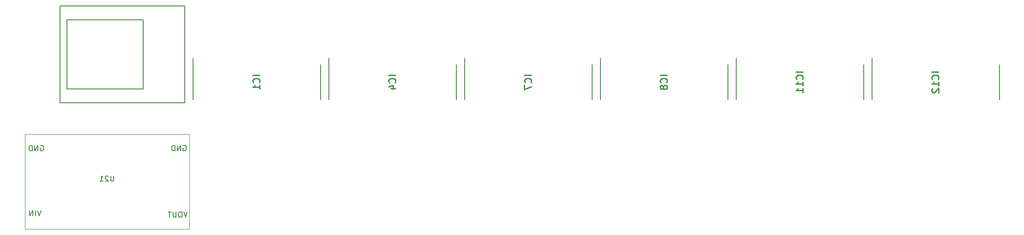
<source format=gbr>
G04 #@! TF.GenerationSoftware,KiCad,Pcbnew,(5.1.4)-1*
G04 #@! TF.CreationDate,2020-02-10T21:29:39-05:00*
G04 #@! TF.ProjectId,xmas,786d6173-2e6b-4696-9361-645f70636258,rev?*
G04 #@! TF.SameCoordinates,Original*
G04 #@! TF.FileFunction,Legend,Bot*
G04 #@! TF.FilePolarity,Positive*
%FSLAX46Y46*%
G04 Gerber Fmt 4.6, Leading zero omitted, Abs format (unit mm)*
G04 Created by KiCad (PCBNEW (5.1.4)-1) date 2020-02-10 21:29:39*
%MOMM*%
%LPD*%
G04 APERTURE LIST*
%ADD10C,0.150000*%
%ADD11C,0.200000*%
%ADD12C,0.120000*%
%ADD13C,0.254000*%
G04 APERTURE END LIST*
D10*
X26670000Y-61722000D02*
X40640000Y-61722000D01*
X40640000Y-61722000D02*
X40640000Y-74422000D01*
X40640000Y-74422000D02*
X26670000Y-74422000D01*
X26670000Y-74422000D02*
X26670000Y-61722000D01*
X25400000Y-59182000D02*
X25400000Y-76962000D01*
X25400000Y-76962000D02*
X48260000Y-76962000D01*
X48260000Y-76962000D02*
X48260000Y-59182000D01*
X48260000Y-59182000D02*
X25400000Y-59182000D01*
D11*
X73153000Y-69914000D02*
X73153000Y-76390000D01*
X49783000Y-68720000D02*
X49783000Y-76390000D01*
X74675000Y-68720000D02*
X74675000Y-76390000D01*
X98045000Y-69914000D02*
X98045000Y-76390000D01*
X122937000Y-69914000D02*
X122937000Y-76390000D01*
X99567000Y-68720000D02*
X99567000Y-76390000D01*
X124459000Y-68720000D02*
X124459000Y-76390000D01*
X147829000Y-69914000D02*
X147829000Y-76390000D01*
X149351000Y-68720000D02*
X149351000Y-76390000D01*
X172721000Y-69914000D02*
X172721000Y-76390000D01*
X197613000Y-69914000D02*
X197613000Y-76390000D01*
X174243000Y-68720000D02*
X174243000Y-76390000D01*
D12*
X49117250Y-100171250D02*
X49117250Y-82708750D01*
X49117250Y-82708750D02*
X18954750Y-82708750D01*
X18954750Y-82708750D02*
X18954750Y-100171250D01*
X18954750Y-100171250D02*
X49117250Y-100171250D01*
D13*
X62042523Y-71912238D02*
X60772523Y-71912238D01*
X61921571Y-73242714D02*
X61982047Y-73182238D01*
X62042523Y-73000809D01*
X62042523Y-72879857D01*
X61982047Y-72698428D01*
X61861095Y-72577476D01*
X61740142Y-72517000D01*
X61498238Y-72456523D01*
X61316809Y-72456523D01*
X61074904Y-72517000D01*
X60953952Y-72577476D01*
X60833000Y-72698428D01*
X60772523Y-72879857D01*
X60772523Y-73000809D01*
X60833000Y-73182238D01*
X60893476Y-73242714D01*
X62042523Y-74452238D02*
X62042523Y-73726523D01*
X62042523Y-74089380D02*
X60772523Y-74089380D01*
X60953952Y-73968428D01*
X61074904Y-73847476D01*
X61135380Y-73726523D01*
X86934523Y-71912238D02*
X85664523Y-71912238D01*
X86813571Y-73242714D02*
X86874047Y-73182238D01*
X86934523Y-73000809D01*
X86934523Y-72879857D01*
X86874047Y-72698428D01*
X86753095Y-72577476D01*
X86632142Y-72517000D01*
X86390238Y-72456523D01*
X86208809Y-72456523D01*
X85966904Y-72517000D01*
X85845952Y-72577476D01*
X85725000Y-72698428D01*
X85664523Y-72879857D01*
X85664523Y-73000809D01*
X85725000Y-73182238D01*
X85785476Y-73242714D01*
X86087857Y-74331285D02*
X86934523Y-74331285D01*
X85604047Y-74028904D02*
X86511190Y-73726523D01*
X86511190Y-74512714D01*
X111826523Y-71912238D02*
X110556523Y-71912238D01*
X111705571Y-73242714D02*
X111766047Y-73182238D01*
X111826523Y-73000809D01*
X111826523Y-72879857D01*
X111766047Y-72698428D01*
X111645095Y-72577476D01*
X111524142Y-72517000D01*
X111282238Y-72456523D01*
X111100809Y-72456523D01*
X110858904Y-72517000D01*
X110737952Y-72577476D01*
X110617000Y-72698428D01*
X110556523Y-72879857D01*
X110556523Y-73000809D01*
X110617000Y-73182238D01*
X110677476Y-73242714D01*
X110556523Y-73666047D02*
X110556523Y-74512714D01*
X111826523Y-73968428D01*
X136718523Y-71912238D02*
X135448523Y-71912238D01*
X136597571Y-73242714D02*
X136658047Y-73182238D01*
X136718523Y-73000809D01*
X136718523Y-72879857D01*
X136658047Y-72698428D01*
X136537095Y-72577476D01*
X136416142Y-72517000D01*
X136174238Y-72456523D01*
X135992809Y-72456523D01*
X135750904Y-72517000D01*
X135629952Y-72577476D01*
X135509000Y-72698428D01*
X135448523Y-72879857D01*
X135448523Y-73000809D01*
X135509000Y-73182238D01*
X135569476Y-73242714D01*
X135992809Y-73968428D02*
X135932333Y-73847476D01*
X135871857Y-73787000D01*
X135750904Y-73726523D01*
X135690428Y-73726523D01*
X135569476Y-73787000D01*
X135509000Y-73847476D01*
X135448523Y-73968428D01*
X135448523Y-74210333D01*
X135509000Y-74331285D01*
X135569476Y-74391761D01*
X135690428Y-74452238D01*
X135750904Y-74452238D01*
X135871857Y-74391761D01*
X135932333Y-74331285D01*
X135992809Y-74210333D01*
X135992809Y-73968428D01*
X136053285Y-73847476D01*
X136113761Y-73787000D01*
X136234714Y-73726523D01*
X136476619Y-73726523D01*
X136597571Y-73787000D01*
X136658047Y-73847476D01*
X136718523Y-73968428D01*
X136718523Y-74210333D01*
X136658047Y-74331285D01*
X136597571Y-74391761D01*
X136476619Y-74452238D01*
X136234714Y-74452238D01*
X136113761Y-74391761D01*
X136053285Y-74331285D01*
X135992809Y-74210333D01*
X161610523Y-71307476D02*
X160340523Y-71307476D01*
X161489571Y-72637952D02*
X161550047Y-72577476D01*
X161610523Y-72396047D01*
X161610523Y-72275095D01*
X161550047Y-72093666D01*
X161429095Y-71972714D01*
X161308142Y-71912238D01*
X161066238Y-71851761D01*
X160884809Y-71851761D01*
X160642904Y-71912238D01*
X160521952Y-71972714D01*
X160401000Y-72093666D01*
X160340523Y-72275095D01*
X160340523Y-72396047D01*
X160401000Y-72577476D01*
X160461476Y-72637952D01*
X161610523Y-73847476D02*
X161610523Y-73121761D01*
X161610523Y-73484619D02*
X160340523Y-73484619D01*
X160521952Y-73363666D01*
X160642904Y-73242714D01*
X160703380Y-73121761D01*
X161610523Y-75057000D02*
X161610523Y-74331285D01*
X161610523Y-74694142D02*
X160340523Y-74694142D01*
X160521952Y-74573190D01*
X160642904Y-74452238D01*
X160703380Y-74331285D01*
X186502523Y-71307476D02*
X185232523Y-71307476D01*
X186381571Y-72637952D02*
X186442047Y-72577476D01*
X186502523Y-72396047D01*
X186502523Y-72275095D01*
X186442047Y-72093666D01*
X186321095Y-71972714D01*
X186200142Y-71912238D01*
X185958238Y-71851761D01*
X185776809Y-71851761D01*
X185534904Y-71912238D01*
X185413952Y-71972714D01*
X185293000Y-72093666D01*
X185232523Y-72275095D01*
X185232523Y-72396047D01*
X185293000Y-72577476D01*
X185353476Y-72637952D01*
X186502523Y-73847476D02*
X186502523Y-73121761D01*
X186502523Y-73484619D02*
X185232523Y-73484619D01*
X185413952Y-73363666D01*
X185534904Y-73242714D01*
X185595380Y-73121761D01*
X185353476Y-74331285D02*
X185293000Y-74391761D01*
X185232523Y-74512714D01*
X185232523Y-74815095D01*
X185293000Y-74936047D01*
X185353476Y-74996523D01*
X185474428Y-75057000D01*
X185595380Y-75057000D01*
X185776809Y-74996523D01*
X186502523Y-74270809D01*
X186502523Y-75057000D01*
D10*
X35274095Y-90392380D02*
X35274095Y-91201904D01*
X35226476Y-91297142D01*
X35178857Y-91344761D01*
X35083619Y-91392380D01*
X34893142Y-91392380D01*
X34797904Y-91344761D01*
X34750285Y-91297142D01*
X34702666Y-91201904D01*
X34702666Y-90392380D01*
X34274095Y-90487619D02*
X34226476Y-90440000D01*
X34131238Y-90392380D01*
X33893142Y-90392380D01*
X33797904Y-90440000D01*
X33750285Y-90487619D01*
X33702666Y-90582857D01*
X33702666Y-90678095D01*
X33750285Y-90820952D01*
X34321714Y-91392380D01*
X33702666Y-91392380D01*
X32750285Y-91392380D02*
X33321714Y-91392380D01*
X33036000Y-91392380D02*
X33036000Y-90392380D01*
X33131238Y-90535238D01*
X33226476Y-90630476D01*
X33321714Y-90678095D01*
X21923238Y-96734380D02*
X21589904Y-97734380D01*
X21256571Y-96734380D01*
X20923238Y-97734380D02*
X20923238Y-96734380D01*
X20447047Y-97734380D02*
X20447047Y-96734380D01*
X19875619Y-97734380D01*
X19875619Y-96734380D01*
X21843904Y-84844000D02*
X21939142Y-84796380D01*
X22082000Y-84796380D01*
X22224857Y-84844000D01*
X22320095Y-84939238D01*
X22367714Y-85034476D01*
X22415333Y-85224952D01*
X22415333Y-85367809D01*
X22367714Y-85558285D01*
X22320095Y-85653523D01*
X22224857Y-85748761D01*
X22082000Y-85796380D01*
X21986761Y-85796380D01*
X21843904Y-85748761D01*
X21796285Y-85701142D01*
X21796285Y-85367809D01*
X21986761Y-85367809D01*
X21367714Y-85796380D02*
X21367714Y-84796380D01*
X20796285Y-85796380D01*
X20796285Y-84796380D01*
X20320095Y-85796380D02*
X20320095Y-84796380D01*
X20082000Y-84796380D01*
X19939142Y-84844000D01*
X19843904Y-84939238D01*
X19796285Y-85034476D01*
X19748666Y-85224952D01*
X19748666Y-85367809D01*
X19796285Y-85558285D01*
X19843904Y-85653523D01*
X19939142Y-85748761D01*
X20082000Y-85796380D01*
X20320095Y-85796380D01*
X48005904Y-84844000D02*
X48101142Y-84796380D01*
X48244000Y-84796380D01*
X48386857Y-84844000D01*
X48482095Y-84939238D01*
X48529714Y-85034476D01*
X48577333Y-85224952D01*
X48577333Y-85367809D01*
X48529714Y-85558285D01*
X48482095Y-85653523D01*
X48386857Y-85748761D01*
X48244000Y-85796380D01*
X48148761Y-85796380D01*
X48005904Y-85748761D01*
X47958285Y-85701142D01*
X47958285Y-85367809D01*
X48148761Y-85367809D01*
X47529714Y-85796380D02*
X47529714Y-84796380D01*
X46958285Y-85796380D01*
X46958285Y-84796380D01*
X46482095Y-85796380D02*
X46482095Y-84796380D01*
X46244000Y-84796380D01*
X46101142Y-84844000D01*
X46005904Y-84939238D01*
X45958285Y-85034476D01*
X45910666Y-85224952D01*
X45910666Y-85367809D01*
X45958285Y-85558285D01*
X46005904Y-85653523D01*
X46101142Y-85748761D01*
X46244000Y-85796380D01*
X46482095Y-85796380D01*
X48751904Y-96988380D02*
X48418571Y-97988380D01*
X48085238Y-96988380D01*
X47561428Y-96988380D02*
X47370952Y-96988380D01*
X47275714Y-97036000D01*
X47180476Y-97131238D01*
X47132857Y-97321714D01*
X47132857Y-97655047D01*
X47180476Y-97845523D01*
X47275714Y-97940761D01*
X47370952Y-97988380D01*
X47561428Y-97988380D01*
X47656666Y-97940761D01*
X47751904Y-97845523D01*
X47799523Y-97655047D01*
X47799523Y-97321714D01*
X47751904Y-97131238D01*
X47656666Y-97036000D01*
X47561428Y-96988380D01*
X46704285Y-96988380D02*
X46704285Y-97797904D01*
X46656666Y-97893142D01*
X46609047Y-97940761D01*
X46513809Y-97988380D01*
X46323333Y-97988380D01*
X46228095Y-97940761D01*
X46180476Y-97893142D01*
X46132857Y-97797904D01*
X46132857Y-96988380D01*
X45799523Y-96988380D02*
X45228095Y-96988380D01*
X45513809Y-97988380D02*
X45513809Y-96988380D01*
M02*

</source>
